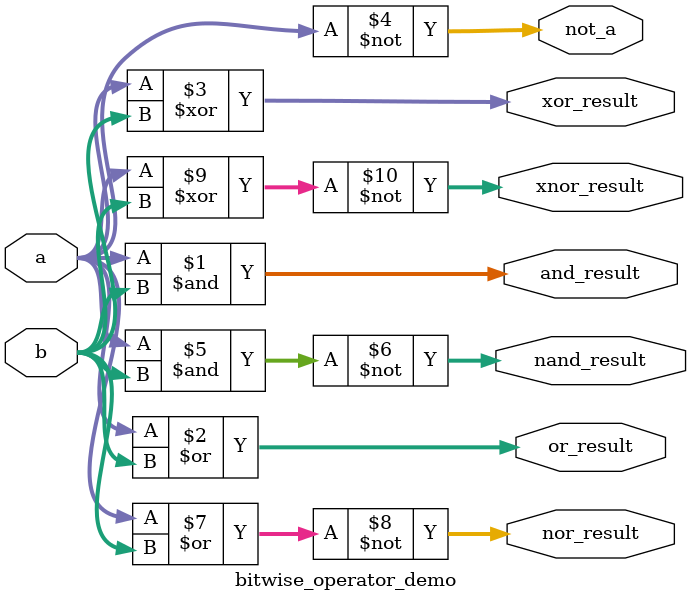
<source format=v>
`timescale 1ns / 1ps


module bitwise_operator_demo (
    input [3:0] a,
    input [3:0] b,
    output [3:0] and_result,
    output [3:0] or_result,
    output [3:0] xor_result,
    output [3:0] not_a,
    output [3:0] nand_result,
    output [3:0] nor_result,
    output [3:0] xnor_result
);
    // Bitwise AND
    assign and_result = a & b;
    
    // Bitwise OR
    assign or_result = a | b;
    
    // Bitwise XOR
    assign xor_result = a ^ b;
    
    // Bitwise NOT (complement)
    assign not_a = ~a;
    
    // Bitwise NAND
    assign nand_result = ~(a & b);
    
    // Bitwise NOR
    assign nor_result = ~(a | b);
    
    // Bitwise XNOR
    assign xnor_result = ~(a ^ b);

endmodule

</source>
